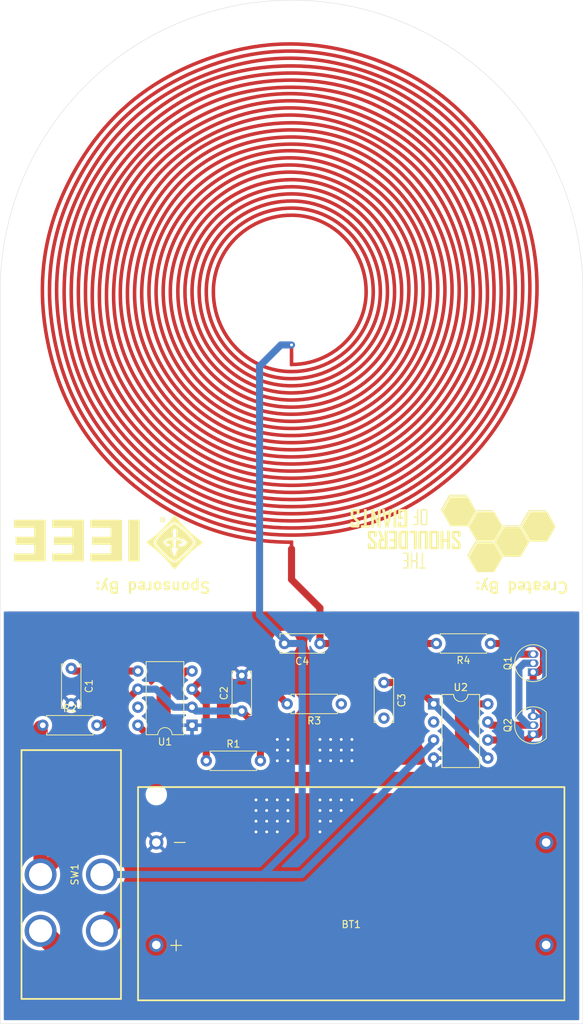
<source format=kicad_pcb>
(kicad_pcb (version 20200119) (host pcbnew "(5.99.0-985-g72a6963e9)")
  (layers (0 "F.Cu" signal) (31 "B.Cu" signal) (34 "B.Paste" user) (35 "F.Paste" user) (36 "B.SilkS" user) (37 "F.SilkS" user) (38 "B.Mask" user) (39 "F.Mask" user) (44 "Edge.Cuts" user))
  (net 0 "")
  (net 1 "Net-(BT1-Pad2)")
  (net 2 "Net-(BT1-Pad1)")
  (net 3 "+1V5")
  (net 4 "+3V0")
  (net 5 "GND")
  (net 6 "Net-(C1-Pad1)")
  (net 7 "Net-(C2-Pad1)")
  (net 8 "Net-(C3-Pad2)")
  (net 9 "Net-(C3-Pad1)")
  (net 10 "Net-(C4-Pad1)")
  (net 11 "Net-(Q1-Pad1)")
  (net 12 "Net-(Q1-Pad2)")
  (net 13 "Net-(R1-Pad1)")
  (net 14 "Net-(U1-Pad7)")
  (module "Capacitor_THT:C_Disc_D6.0mm_W2.5mm_P5.00mm" (layer "F.Cu") (at 177.6 105.8 180)
    (fp_text reference "C4" (at 2.5 -2.5) (layer "F.SilkS"))
    (fp_text value "C")
    (pad "2" thru_hole circle (at 5 0 180) (size 1.6 1.6) (drill 0.8) (layers *.Cu *.Mask) (net 3 "+1V5"))
    (pad "1" thru_hole circle (at 0 0 180) (size 1.6 1.6) (drill 0.8) (layers *.Cu *.Mask) (net 10 "Net-(C4-Pad1)"))
  )
  (module "Capacitor_THT:C_Disc_D6.0mm_W2.5mm_P5.00mm" (layer "F.Cu") (at 186.6 111.3 -90)
    (fp_text reference "C3" (at 2.5 -2.5 90) (layer "F.SilkS"))
    (fp_text value "470pF")
    (pad "2" thru_hole circle (at 5 0 270) (size 1.6 1.6) (drill 0.8) (layers *.Cu *.Mask) (net 8 "Net-(C3-Pad2)"))
    (pad "1" thru_hole circle (at 0 0 270) (size 1.6 1.6) (drill 0.8) (layers *.Cu *.Mask) (net 9 "Net-(C3-Pad1)"))
  )
  (module "Capacitor_THT:C_Disc_D6.0mm_W2.5mm_P5.00mm" (layer "F.Cu") (at 166.6 115.3 90)
    (fp_text reference "C2" (at 2.5 -2.5 90) (layer "F.SilkS"))
    (fp_text value "10nF")
    (pad "2" thru_hole circle (at 5 0 90) (size 1.6 1.6) (drill 0.8) (layers *.Cu *.Mask) (net 5 "GND"))
    (pad "1" thru_hole circle (at 0 0 90) (size 1.6 1.6) (drill 0.8) (layers *.Cu *.Mask) (net 7 "Net-(C2-Pad1)"))
  )
  (module "Capacitor_THT:C_Disc_D6.0mm_W2.5mm_P5.00mm" (layer "F.Cu") (at 142.6 109.3 -90)
    (fp_text reference "C1" (at 2.5 -2.5 90) (layer "F.SilkS"))
    (fp_text value "10nF")
    (pad "2" thru_hole circle (at 5 0 270) (size 1.6 1.6) (drill 0.8) (layers *.Cu *.Mask) (net 5 "GND"))
    (pad "1" thru_hole circle (at 0 0 270) (size 1.6 1.6) (drill 0.8) (layers *.Cu *.Mask) (net 6 "Net-(C1-Pad1)"))
  )
  (module "WirelessPower:GF-325" (layer "F.Cu") (at 142.6 138.3 90)
    (fp_text reference "SW1" (at 0 0.5 90) (layer "F.SilkS"))
    (fp_text value "SW_DPST")
    (pad "4" thru_hole circle (at 0 -4.315 90) (size 4.5 4.5) (drill 3.25) (layers *.Cu *.Mask) (net 4 "+3V0"))
    (pad "3" thru_hole circle (at -7.92 -4.315 90) (size 4.5 4.5) (drill 3.25) (layers *.Cu *.Mask) (net 2 "Net-(BT1-Pad1)"))
    (pad "2" thru_hole circle (at 0 4.315 90) (size 4.5 4.5) (drill 3.25) (layers *.Cu *.Mask) (net 3 "+1V5"))
    (pad "1" thru_hole circle (at -7.92 4.315 90) (size 4.5 4.5) (drill 3.25) (layers *.Cu *.Mask) (net 1 "Net-(BT1-Pad2)"))
  )
  (module "WirelessPower:Keystone_Dual_AA_Holder" (layer "F.Cu") (at 182 141)
    (fp_text reference "BT1" (at 0 4.318) (layer "F.SilkS"))
    (fp_text value "2x_Battery_Cell")
    (fp_text user "-" (at -24.13 -7.366) (layer "F.SilkS") (effects (font (size 2 2))))
    (fp_text user "+" (at -24.638 7.112) (layer "F.SilkS") (effects (font (size 2 2))))
    (pad "" np_thru_hole circle (at -27.43 -13.94) (size 2 2) (drill 2) (layers *.Cu *.Mask))
    (pad "4" thru_hole circle (at 27.43 -7.21) (size 2 2) (drill 1.2) (layers *.Cu *.Mask) (net 1 "Net-(BT1-Pad2)"))
    (pad "3" thru_hole circle (at -27.43 -7.21) (size 2 2) (drill 1.2) (layers *.Cu *.Mask) (net 5 "GND"))
    (pad "2" thru_hole circle (at 27.43 7.21) (size 2 2) (drill 1.2) (layers *.Cu *.Mask) (net 1 "Net-(BT1-Pad2)"))
    (pad "1" thru_hole circle (at -27.43 7.21) (size 2 2) (drill 1.2) (layers *.Cu *.Mask) (net 2 "Net-(BT1-Pad1)"))
  )
  (module "WirelessPower:CoilSpiral_25_Bezier" (layer "F.Cu") (at 173.6 56.3 90)
    (fp_text reference "L1" hide)
    (fp_text value "L")
    (pad "0" connect custom (at -22.25 0 90) (size 0.5 0.5) (layers "F.Cu") (options (clearance convexhull) (anchor circle)) (primitives (gr_curve (pts (xy 12 0) (xy 12 5.657129) (xy 16.454892 10.5) (xy 22.25 10.5)) (width 0.5)) (gr_curve (pts (xy 22.25 10.5) (xy 28.045107 10.5) (xy 33 5.933086) (xy 33 0)) (width 0.5)) (gr_curve (pts (xy 33 0) (xy 33 -5.933086) (xy 28.321065 -10.999999) (xy 22.25 -11)) (width 0.5)) (gr_curve (pts (xy 22.25 -11) (xy 16.178934 -11) (xy 11 -6.209044) (xy 11 0)) (width 0.5)) (gr_curve (pts (xy 11 0) (xy 11 6.209044) (xy 15.902977 11.5) (xy 22.25 11.5)) (width 0.5)) (gr_curve (pts (xy 22.25 11.5) (xy 28.597022 11.5) (xy 34 6.485001) (xy 34 0)) (width 0.5)) (gr_curve (pts (xy 34 0) (xy 34 -6.485001) (xy 28.87298 -11.999999) (xy 22.25 -12)) (width 0.5)) (gr_curve (pts (xy 22.25 -12) (xy 15.627019 -12) (xy 10 -6.760959) (xy 10 0)) (width 0.5)) (gr_curve (pts (xy 10 0) (xy 10 6.760959) (xy 15.351062 12.5) (xy 22.25 12.5)) (width 0.5)) (gr_curve (pts (xy 22.25 12.5) (xy 29.148937 12.5) (xy 35 7.036916) (xy 35 0)) (width 0.5)) (gr_curve (pts (xy 35 0) (xy 35 -7.036916) (xy 29.424895 -12.999999) (xy 22.25 -13)) (width 0.5)) (gr_curve (pts (xy 22.25 -13) (xy 15.075104 -13) (xy 9 -7.312874) (xy 9 0)) (width 0.5)) (gr_curve (pts (xy 9 0) (xy 9 7.312874) (xy 14.799147 13.5) (xy 22.25 13.5)) (width 0.5)) (gr_curve (pts (xy 22.25 13.5) (xy 29.700852 13.5) (xy 36 7.588831) (xy 36 0)) (width 0.5)) (gr_curve (pts (xy 36 0) (xy 36 -7.588831) (xy 29.97681 -13.999999) (xy 22.25 -14)) (width 0.5)) (gr_curve (pts (xy 22.25 -14) (xy 14.523189 -14) (xy 8 -7.864789) (xy 8 0)) (width 0.5)) (gr_curve (pts (xy 8 0) (xy 8 7.864789) (xy 14.247232 14.5) (xy 22.25 14.5)) (width 0.5)) (gr_curve (pts (xy 22.25 14.5) (xy 30.252767 14.5) (xy 37 8.140746) (xy 37 0)) (width 0.5)) (gr_curve (pts (xy 37 0) (xy 37 -8.140746) (xy 30.528725 -14.999999) (xy 22.25 -15)) (width 0.5)) (gr_curve (pts (xy 22.25 -15) (xy 13.971274 -15) (xy 7 -8.416704) (xy 7 0)) (width 0.5)) (gr_curve (pts (xy 7 0) (xy 7 8.416704) (xy 13.695317 15.5) (xy 22.25 15.5)) (width 0.5)) (gr_curve (pts (xy 22.25 15.5) (xy 30.804682 15.5) (xy 38 8.692661) (xy 38 0)) (width 0.5)) (gr_curve (pts (xy 38 0) (xy 38 -8.692661) (xy 31.08064 -15.999999) (xy 22.25 -16)) (width 0.5)) (gr_curve (pts (xy 22.25 -16) (xy 13.419359 -16) (xy 6 -8.968619) (xy 6 0)) (width 0.5)) (gr_curve (pts (xy 6 0) (xy 6 7.174895) (xy 10.258955 13.400426) (xy 17.16667 15.644879)) (width 0.5)) (gr_curve (pts (xy 17.16667 15.644879) (xy 24.074385 17.889332) (xy 31.399024 15.734119) (xy 35.720132 9.786624)) (width 0.5)) (gr_curve (pts (xy 35.720132 9.786624) (xy 40.041241 3.839129) (xy 40.254949 -3.885245) (xy 35.881936 -9.904181)) (width 0.5)) (gr_curve (pts (xy 35.881936 -9.904181) (xy 31.508923 -15.923117) (xy 24.140928 -18.54183) (xy 16.98126 -16.215513)) (width 0.5)) (gr_curve (pts (xy 16.98126 -16.215513) (xy 9.821591 -13.889196) (xy 5 -7.616427) (xy 5 0)) (width 0.5)) (gr_curve (pts (xy 5 0) (xy 5 7.616427) (xy 9.530016 14.215042) (xy 16.857653 16.595936)) (width 0.5)) (gr_curve (pts (xy 16.857653 16.595936) (xy 24.18529 18.976829) (xy 31.948515 16.679111) (xy 36.529149 10.374409)) (width 0.5)) (gr_curve (pts (xy 36.529149 10.374409) (xy 41.109784 4.069707) (xy 41.323492 -4.115823) (xy 36.690953 -10.491966)) (width 0.5)) (gr_curve (pts (xy 36.690953 -10.491966) (xy 32.058414 -16.86811) (xy 24.251833 -19.629328) (xy 16.672243 -17.16657)) (width 0.5)) (gr_curve (pts (xy 16.672243 -17.16657) (xy 9.092652 -14.703811) (xy 4 -8.057959) (xy 4 0)) (width 0.5)) (gr_curve (pts (xy 4 0) (xy 4 8.057959) (xy 8.801077 15.029658) (xy 16.548636 17.546992)) (width 0.5)) (gr_curve (pts (xy 16.548636 17.546992) (xy 24.296195 20.064327) (xy 32.498006 17.624103) (xy 37.338166 10.962194)) (width 0.5)) (gr_curve (pts (xy 37.338166 10.962194) (xy 42.178327 4.300286) (xy 42.392035 -4.346401) (xy 37.49997 -11.079752)) (width 0.5)) (gr_curve (pts (xy 37.49997 -11.079752) (xy 32.607905 -17.813102) (xy 24.362738 -20.716825) (xy 16.363226 -18.117626)) (width 0.5)) (gr_curve (pts (xy 16.363226 -18.117626) (xy 8.363713 -15.518427) (xy 3 -8.499491) (xy 3 0)) (width 0.5)) (gr_curve (pts (xy 3 0) (xy 3 8.499491) (xy 8.072138 15.844273) (xy 16.239619 18.498049)) (width 0.5)) (gr_curve (pts (xy 16.239619 18.498049) (xy 24.4071 21.151824) (xy 33.047497 18.569095) (xy 38.147183 11.54998)) (width 0.5)) (gr_curve (pts (xy 38.147183 11.54998) (xy 43.24687 4.530864) (xy 43.460578 -4.57698) (xy 38.308987 -11.667537)) (width 0.5)) (gr_curve (pts (xy 38.308987 -11.667537) (xy 33.157396 -18.758094) (xy 24.473643 -21.804323) (xy 16.054209 -19.068683)) (width 0.5)) (gr_curve (pts (xy 16.054209 -19.068683) (xy 7.634775 -16.333043) (xy 2 -8.941023) (xy 2 0)) (width 0.5)) (gr_curve (pts (xy 2 0) (xy 2 7.450852) (xy 5.53593 13.925263) (xy 12.041666 17.681351)) (width 0.5)) (gr_curve (pts (xy 12.041666 17.681351) (xy 18.547402 21.43744) (xy 25.982822 21.612439) (xy 32.541666 17.825689)) (width 0.5)) (gr_curve (pts (xy 32.541666 17.825689) (xy 39.10051 14.038939) (xy 43 7.634824) (xy 43 0)) (width 0.5)) (gr_curve (pts (xy 43 0) (xy 43 -7.634824) (xy 39.373393 -14.26629) (xy 32.708333 -18.114364)) (width 0.5)) (gr_curve (pts (xy 32.708333 -18.114364) (xy 26.043273 -21.962438) (xy 18.426501 -22.137438) (xy 11.708333 -18.258702)) (width 0.5)) (gr_curve (pts (xy 11.708333 -18.258702) (xy 4.990165 -14.379966) (xy 1 -7.818796) (xy 1 0)) (width 0.5)) (gr_curve (pts (xy 1 0) (xy 1 7.818796) (xy 4.717282 14.607317) (xy 11.541666 18.547377)) (width 0.5)) (gr_curve (pts (xy 11.541666 18.547377) (xy 18.36605 22.487437) (xy 26.164174 22.662436) (xy 33.041666 18.691714)) (width 0.5)) (gr_curve (pts (xy 33.041666 18.691714) (xy 39.919158 14.720992) (xy 44 8.002767) (xy 44 0)) (width 0.5)) (gr_curve (pts (xy 44 0) (xy 44 -8.002767) (xy 40.192041 -14.948344) (xy 33.208333 -18.98039)) (width 0.5)) (gr_curve (pts (xy 33.208333 -18.98039) (xy 26.224625 -23.012435) (xy 18.245149 -23.187435) (xy 11.208333 -19.124727)) (width 0.5)) (gr_curve (pts (xy 11.208333 -19.124727) (xy 4.171516 -15.062019) (xy 0 -8.186739) (xy 0 0)) (width 0.5)) (gr_curve (pts (xy 0 0) (xy 0 8.186739) (xy 3.898634 15.289371) (xy 11.041666 19.413402)) (width 0.5)) (gr_curve (pts (xy 11.041666 19.413402) (xy 18.184699 23.537434) (xy 26.345526 23.712434) (xy 33.541666 19.55774)) (width 0.5)) (gr_curve (pts (xy 33.541666 19.55774) (xy 40.737807 15.403046) (xy 45 8.370711) (xy 45 0)) (width 0.5)) (gr_curve (pts (xy 45 0) (xy 45 -8.370711) (xy 41.010689 -15.630397) (xy 33.708333 -19.846415)) (width 0.5)) (gr_curve (pts (xy 33.708333 -19.846415) (xy 26.405976 -24.062433) (xy 18.063797 -24.237432) (xy 10.708333 -19.990753)) (width 0.5)) (gr_curve (pts (xy 10.708333 -19.990753) (xy 3.352868 -15.744073) (xy -0.999999 -8.554682) (xy -1 0)) (width 0.5)) (gr_curve (pts (xy -1 0) (xy -1 8.554682) (xy 3.079985 15.971424) (xy 10.541666 20.279428)) (width 0.5)) (gr_curve (pts (xy 10.541666 20.279428) (xy 18.003347 24.587431) (xy 26.526877 24.762431) (xy 34.041666 20.423765)) (width 0.5)) (gr_curve (pts (xy 34.041666 20.423765) (xy 41.556455 16.0851) (xy 46 8.738654) (xy 46 0)) (width 0.5)) (gr_curve (pts (xy 46 0) (xy 46 -8.738654) (xy 41.829338 -16.312451) (xy 34.208333 -20.71244)) (width 0.5)) (gr_curve (pts (xy 34.208333 -20.71244) (xy 26.587328 -25.11243) (xy 17.882446 -25.287429) (xy 10.208333 -20.856778)) (width 0.5)) (gr_curve (pts (xy 10.208333 -20.856778) (xy 2.53422 -16.426127) (xy -1.999999 -8.922626) (xy -2 0)) (width 0.5)) (gr_curve (pts (xy -2 0) (xy -2 7.647965) (xy 1.026657 14.274584) (xy 7.041302 19.071103)) (width 0.5)) (gr_curve (pts (xy 7.041302 19.071103) (xy 13.055947 23.867622) (xy 20.165645 25.642436) (xy 27.70971 23.920552)) (width 0.5)) (gr_curve (pts (xy 27.70971 23.920552) (xy 35.253774 22.198669) (xy 41.107651 17.719987) (xy 44.484624 10.70763)) (width 0.5)) (gr_curve (pts (xy 44.484624 10.70763) (xy 47.861597 3.695274) (xy 48.009855 -3.716665) (xy 44.613334 -10.769614)) (width 0.5)) (gr_curve (pts (xy 44.613334 -10.769614) (xy 41.216813 -17.822562) (xy 35.480914 -22.586418) (xy 27.805076 -24.338378)) (width 0.5)) (gr_curve (pts (xy 27.805076 -24.338378) (xy 20.129237 -26.090338) (xy 12.786721 -24.566528) (xy 6.595952 -19.629554)) (width 0.5)) (gr_curve (pts (xy 6.595952 -19.629554) (xy 0.405183 -14.69258) (xy -2.999999 -7.963345) (xy -3 0)) (width 0.5)) (gr_curve (pts (xy -3 0) (xy -3 7.963345) (xy 0.156593 14.859779) (xy 6.417812 19.852935)) (width 0.5)) (gr_curve (pts (xy 6.417812 19.852935) (xy 12.679031 24.84609) (xy 20.080693 26.687542) (xy 27.93223 24.89548)) (width 0.5)) (gr_curve (pts (xy 27.93223 24.89548) (xy 35.783768 23.103418) (xy 41.871782 18.438018) (xy 45.385593 11.141514)) (width 0.5)) (gr_curve (pts (xy 45.385593 11.141514) (xy 48.899404 3.84501) (xy 49.047662 -3.866401) (xy 45.514303 -11.203497)) (width 0.5)) (gr_curve (pts (xy 45.514303 -11.203497) (xy 41.980943 -18.540594) (xy 36.010908 -23.491168) (xy 28.027597 -25.313306)) (width 0.5)) (gr_curve (pts (xy 28.027597 -25.313306) (xy 20.044286 -27.135445) (xy 12.409805 -25.544996) (xy 5.972462 -20.411386)) (width 0.5)) (gr_curve (pts (xy 5.972462 -20.411386) (xy -0.46488 -15.277776) (xy -3.999999 -8.278725) (xy -4 0)) (width 0.5)) (gr_curve (pts (xy -4 0) (xy -4 8.278725) (xy -0.71347 15.444974) (xy 5.794322 20.634766)) (width 0.5)) (gr_curve (pts (xy 5.794322 20.634766) (xy 12.302115 25.824558) (xy 19.995742 27.732649) (xy 28.154751 25.870408)) (width 0.5)) (gr_curve (pts (xy 28.154751 25.870408) (xy 36.313761 24.008167) (xy 42.635913 19.156049) (xy 46.286562 11.575398)) (width 0.5)) (gr_curve (pts (xy 46.286562 11.575398) (xy 49.937211 3.994746) (xy 50.085469 -4.016137) (xy 46.415272 -11.637381)) (width 0.5)) (gr_curve (pts (xy 46.415272 -11.637381) (xy 42.745074 -19.258625) (xy 36.540901 -24.395917) (xy 28.250118 -26.288234)) (width 0.5)) (gr_curve (pts (xy 28.250118 -26.288234) (xy 19.959334 -28.180552) (xy 12.03289 -26.523463) (xy 5.348972 -21.193217)) (width 0.5)) (gr_curve (pts (xy 5.348972 -21.193217) (xy -1.334944 -15.862971) (xy -4.999999 -8.594105) (xy -5 0)) (width 0.5)) (gr_curve (pts (xy -5 0) (xy -5 8.594105) (xy -1.583534 16.03017) (xy 5.170832 21.416598)) (width 0.5)) (gr_curve (pts (xy 5.170832 21.416598) (xy 11.925199 26.803026) (xy 19.91079 28.777755) (xy 28.377272 26.845336)) (width 0.5)) (gr_curve (pts (xy 28.377272 26.845336) (xy 36.843755 24.912917) (xy 43.400043 19.87408) (xy 47.187531 12.009282)) (width 0.5)) (gr_curve (pts (xy 47.187531 12.009282) (xy 50.975018 4.144483) (xy 51.123276 -4.165874) (xy 47.316241 -12.071265)) (width 0.5)) (gr_curve (pts (xy 47.316241 -12.071265) (xy 43.509205 -19.976656) (xy 37.070895 -25.300666) (xy 28.472638 -27.263162)) (width 0.5)) (gr_curve (pts (xy 28.472638 -27.263162) (xy 19.874382 -29.225658) (xy 11.655974 -27.501931) (xy 4.725483 -21.975049)) (width 0.5)) (gr_curve (pts (xy 4.725483 -21.975049) (xy -2.205008 -16.448166) (xy -5.999999 -8.909485) (xy -6 0)) (width 0.5)) (gr_curve (pts (xy -6 0) (xy -6 7.795799) (xy -3.351009 14.5273) (xy 2.185845 20.064154)) (width 0.5)) (gr_curve (pts (xy 2.185845 20.064154) (xy 7.722699 25.601009) (xy 14.38521 28.5) (xy 22.25 28.5)) (width 0.5)) (gr_curve (pts (xy 22.25 28.5) (xy 30.114789 28.5) (xy 36.905294 25.826568) (xy 42.490931 20.240931)) (width 0.5)) (gr_curve (pts (xy 42.490931 20.240931) (xy 48.076568 14.655294) (xy 51 7.933778) (xy 51 0)) (width 0.5)) (gr_curve (pts (xy 51 0) (xy 51 -7.933778) (xy 48.302128 -14.783288) (xy 42.667708 -20.417708)) (width 0.5)) (gr_curve (pts (xy 42.667708 -20.417708) (xy 37.033288 -26.052128) (xy 30.252767 -29) (xy 22.25 -29)) (width 0.5)) (gr_curve (pts (xy 22.25 -29) (xy 14.247232 -29) (xy 7.338717 -26.277687) (xy 1.655514 -20.594485)) (width 0.5)) (gr_curve (pts (xy 1.655514 -20.594485) (xy -4.027687 -14.911282) (xy -6.999999 -8.071757) (xy -7 0)) (width 0.5)) (gr_curve (pts (xy -7 0) (xy -7 8.071757) (xy -4.253247 15.039275) (xy 1.478738 20.771261)) (width 0.5)) (gr_curve (pts (xy 1.478738 20.771261) (xy 7.210724 26.503247) (xy 14.109253 29.5) (xy 22.25 29.5)) (width 0.5)) (gr_curve (pts (xy 22.25 29.5) (xy 30.390746 29.5) (xy 37.417269 26.728806) (xy 43.198038 20.948038)) (width 0.5)) (gr_curve (pts (xy 43.198038 20.948038) (xy 48.978806 15.167269) (xy 52 8.209735) (xy 52 0)) (width 0.5)) (gr_curve (pts (xy 52 0) (xy 52 -8.209735) (xy 49.204366 -15.295263) (xy 43.374815 -21.124815)) (width 0.5)) (gr_curve (pts (xy 43.374815 -21.124815) (xy 37.545263 -26.954366) (xy 30.528725 -30) (xy 22.25 -30)) (width 0.5)) (gr_curve (pts (xy 22.25 -30) (xy 13.971274 -30) (xy 6.826742 -27.179926) (xy 0.948408 -21.301591)) (width 0.5)) (gr_curve (pts (xy 0.948408 -21.301591) (xy -4.929926 -15.423257) (xy -7.999999 -8.347714) (xy -8 0)) (width 0.5)) (gr_curve (pts (xy -8 0) (xy -8 8.347714) (xy -5.155485 15.551251) (xy 0.771631 21.478368)) (width 0.5)) (gr_curve (pts (xy 0.771631 21.478368) (xy 6.698748 27.405485) (xy 13.833295 30.5) (xy 22.249999 30.5)) (width 0.5)) (gr_curve (pts (xy 22.249999 30.5) (xy 30.666704 30.5) (xy 37.929245 27.631045) (xy 43.905145 21.655145)) (width 0.5)) (gr_curve (pts (xy 43.905145 21.655145) (xy 49.881045 15.679245) (xy 53 8.485693) (xy 53 0)) (width 0.5)) (gr_curve (pts (xy 53 0) (xy 53 -8.485693) (xy 50.106604 -15.807239) (xy 44.081921 -21.831921)) (width 0.5)) (gr_curve (pts (xy 44.081921 -21.831921) (xy 38.057239 -27.856604) (xy 30.804682 -31) (xy 22.25 -31)) (width 0.5)) (gr_curve (pts (xy 22.25 -31) (xy 13.695317 -31) (xy 6.314767 -28.082164) (xy 0.241301 -22.008698)) (width 0.5)) (gr_curve (pts (xy 0.241301 -22.008698) (xy -5.832164 -15.935232) (xy -8.999999 -8.623672) (xy -9 0)) (width 0.5)) (gr_curve (pts (xy -9 0) (xy -9 8.623672) (xy -6.057723 16.063226) (xy 0.064524 22.185475)) (width 0.5)) (gr_curve (pts (xy 0.064524 22.185475) (xy 6.186773 28.307723) (xy 13.557338 31.5) (xy 22.249999 31.5)) (width 0.5)) (gr_curve (pts (xy 22.249999 31.5) (xy 30.942661 31.5) (xy 38.44122 28.533283) (xy 44.612251 22.362251)) (width 0.5)) (gr_curve (pts (xy 44.612251 22.362251) (xy 50.783283 16.19122) (xy 54 8.761651) (xy 54 0)) (width 0.5)) (gr_curve (pts (xy 54 0) (xy 54 -8.761651) (xy 51.008842 -16.319214) (xy 44.789028 -22.539028)) (width 0.5)) (gr_curve (pts (xy 44.789028 -22.539028) (xy 38.569214 -28.758842) (xy 31.08064 -32) (xy 22.25 -32)) (width 0.5)) (gr_curve (pts (xy 22.25 -32) (xy 13.419359 -32) (xy 5.802791 -28.984402) (xy -0.465805 -22.715805)) (width 0.5)) (gr_curve (pts (xy -0.465805 -22.715805) (xy -6.734402 -16.447208) (xy -9.999999 -8.899629) (xy -10 0)) (width 0.5)) (gr_curve (pts (xy -10 0) (xy -10 7.910782) (xy -7.642521 14.720432) (xy -2.540049 20.801321)) (width 0.5)) (gr_curve (pts (xy -2.540049 20.801321) (xy 2.562422 26.88221) (xy 8.766976 30.595737) (xy 16.611257 31.978896)) (width 0.5)) (gr_curve (pts (xy 16.611257 31.978896) (xy 24.455539 33.362054) (xy 31.619917 32.214268) (xy 38.541666 28.217994)) (width 0.5)) (gr_curve (pts (xy 38.541666 28.217994) (xy 45.463415 24.22172) (xy 50.229794 18.718307) (xy 52.972728 11.182158)) (width 0.5)) (gr_curve (pts (xy 52.972728 11.182158) (xy 55.715662 3.646009) (xy 55.829394 -3.6584) (xy 53.077138 -11.22016)) (width 0.5)) (gr_curve (pts (xy 53.077138 -11.22016) (xy 50.324882 -18.781921) (xy 45.700892 -24.469513) (xy 38.708333 -28.506669)) (width 0.5)) (gr_curve (pts (xy 38.708333 -28.506669) (xy 31.715773 -32.543825) (xy 24.493273 -33.932834) (xy 16.514786 -32.526011)) (width 0.5)) (gr_curve (pts (xy 16.514786 -32.526011) (xy 8.5363 -31.119189) (xy 2.089244 -27.528306) (xy -3.135861 -21.301267)) (width 0.5)) (gr_curve (pts (xy -3.135861 -21.301267) (xy -8.360968 -15.074227) (xy -10.999999 -8.156077) (xy -11 0)) (width 0.5)) (gr_curve (pts (xy -11 0) (xy -11 8.156077) (xy -8.566238 15.175312) (xy -3.306093 21.444108)) (width 0.5)) (gr_curve (pts (xy -3.306093 21.444108) (xy 1.954051 27.712905) (xy 8.351759 31.53795) (xy 16.437609 32.963703)) (width 0.5)) (gr_curve (pts (xy 16.437609 32.963703) (xy 24.52346 34.389457) (xy 31.907485 33.202941) (xy 39.041666 29.084019)) (width 0.5)) (gr_curve (pts (xy 39.041666 29.084019) (xy 46.175847 24.965098) (xy 51.08559 19.29083) (xy 53.91242 11.524178)) (width 0.5)) (gr_curve (pts (xy 53.91242 11.524178) (xy 56.73925 3.757527) (xy 56.852982 -3.769918) (xy 54.016831 -11.56218)) (width 0.5)) (gr_curve (pts (xy 54.016831 -11.56218) (xy 51.180679 -19.354443) (xy 46.413325 -25.21289) (xy 39.208333 -29.372694)) (width 0.5)) (gr_curve (pts (xy 39.208333 -29.372694) (xy 32.003341 -33.532498) (xy 24.561193 -34.960236) (xy 16.341138 -33.510819)) (width 0.5)) (gr_curve (pts (xy 16.341138 -33.510819) (xy 8.121082 -32.061401) (xy 1.480873 -28.359001) (xy -3.901906 -21.944054)) (width 0.5)) (gr_curve (pts (xy -3.901906 -21.944054) (xy -9.284685 -15.529108) (xy -11.999999 -8.401373) (xy -12 0)) (width 0.5)) (gr_curve (pts (xy -12 0) (xy -12 8.401373) (xy -9.489956 15.630192) (xy -4.072138 22.086896)) (width 0.5)) (gr_curve (pts (xy -4.072138 22.086896) (xy 1.345679 28.5436) (xy 7.936542 32.480162) (xy 16.263961 33.948511)) (width 0.5)) (gr_curve (pts (xy 16.263961 33.948511) (xy 24.59138 35.41686) (xy 32.195053 34.191614) (xy 39.541666 29.950045)) (width 0.5)) (gr_curve (pts (xy 39.541666 29.950045) (xy 46.888279 25.708476) (xy 51.941387 19.863352) (xy 54.852113 11.866198)) (width 0.5)) (gr_curve (pts (xy 54.852113 11.866198) (xy 57.762839 3.869044) (xy 57.876571 -3.881435) (xy 54.956523 -11.904201)) (width 0.5)) (gr_curve (pts (xy 54.956523 -11.904201) (xy 52.036475 -19.926966) (xy 47.125757 -25.956268) (xy 39.708333 -30.23872)) (width 0.5)) (gr_curve (pts (xy 39.708333 -30.23872) (xy 32.290909 -34.521172) (xy 24.629114 -35.987639) (xy 16.16749 -34.495627)) (width 0.5)) (gr_curve (pts (xy 16.16749 -34.495627) (xy 7.705865 -33.003614) (xy 0.872501 -29.189696) (xy -4.66795 -22.586842)) (width 0.5)) (gr_curve (pts (xy -4.66795 -22.586842) (xy -10.208402 -15.983988) (xy -12.999999 -8.646668) (xy -13 0)) (width 0.5))))
    (pad "2" smd roundrect (at -9.5 0 90) (size 2 0.5) (layers "F.Cu" "F.Paste" "F.Mask") (net 3 "+1V5"))
    (pad "1" smd roundrect (at -36 0 90) (size 2 0.5) (layers "F.Cu" "F.Paste" "F.Mask") (net 10 "Net-(C4-Pad1)"))
  )
  (module "WirelessPower:TSoG_logo_small" (layer "F.Cu") (at 196.1 90.3 180)
    (fp_text reference "G***" hide)
    (fp_text value "LOGO" hide)
  )
  (module "WirelessPower:IEEE_small" (layer "F.Cu") (at 147.73 91.51 180)
    (fp_text reference "G***" hide)
    (fp_text value "LOGO" hide)
  )
  (module "Package_DIP:DIP-8_W7.62mm" (layer "F.Cu") (at 193.6 114.3)
    (fp_text reference "U2" (at 3.81 -2.33) (layer "F.SilkS"))
    (fp_text value "MCP6282")
    (pad "8" thru_hole oval (at 7.62 0) (size 1.6 1.6) (drill 0.8) (layers *.Cu *.Mask) (net 4 "+3V0"))
    (pad "4" thru_hole oval (at 0 7.62) (size 1.6 1.6) (drill 0.8) (layers *.Cu *.Mask) (net 5 "GND"))
    (pad "7" thru_hole oval (at 7.62 2.54) (size 1.6 1.6) (drill 0.8) (layers *.Cu *.Mask) (net 12 "Net-(Q1-Pad2)"))
    (pad "3" thru_hole oval (at 0 5.08) (size 1.6 1.6) (drill 0.8) (layers *.Cu *.Mask) (net 3 "+1V5"))
    (pad "6" thru_hole oval (at 7.62 5.08) (size 1.6 1.6) (drill 0.8) (layers *.Cu *.Mask) (net 11 "Net-(Q1-Pad1)"))
    (pad "2" thru_hole oval (at 0 2.54) (size 1.6 1.6) (drill 0.8) (layers *.Cu *.Mask) (net 8 "Net-(C3-Pad2)"))
    (pad "5" thru_hole oval (at 7.62 7.62) (size 1.6 1.6) (drill 0.8) (layers *.Cu *.Mask) (net 9 "Net-(C3-Pad1)"))
    (pad "1" thru_hole rect (at 0 0) (size 1.6 1.6) (drill 0.8) (layers *.Cu *.Mask) (net 9 "Net-(C3-Pad1)"))
  )
  (module "Package_DIP:DIP-8_W7.62mm" (layer "F.Cu") (at 159.6 117.3 180)
    (fp_text reference "U1" (at 3.81 -2.33) (layer "F.SilkS"))
    (fp_text value "LMC555xN")
    (pad "8" thru_hole oval (at 7.62 0 180) (size 1.6 1.6) (drill 0.8) (layers *.Cu *.Mask) (net 4 "+3V0"))
    (pad "4" thru_hole oval (at 0 7.62 180) (size 1.6 1.6) (drill 0.8) (layers *.Cu *.Mask) (net 4 "+3V0"))
    (pad "7" thru_hole oval (at 7.62 2.54 180) (size 1.6 1.6) (drill 0.8) (layers *.Cu *.Mask) (net 14 "Net-(U1-Pad7)"))
    (pad "3" thru_hole oval (at 0 5.08 180) (size 1.6 1.6) (drill 0.8) (layers *.Cu *.Mask) (net 13 "Net-(R1-Pad1)"))
    (pad "6" thru_hole oval (at 7.62 5.08 180) (size 1.6 1.6) (drill 0.8) (layers *.Cu *.Mask) (net 7 "Net-(C2-Pad1)"))
    (pad "2" thru_hole oval (at 0 2.54 180) (size 1.6 1.6) (drill 0.8) (layers *.Cu *.Mask) (net 7 "Net-(C2-Pad1)"))
    (pad "5" thru_hole oval (at 7.62 7.62 180) (size 1.6 1.6) (drill 0.8) (layers *.Cu *.Mask) (net 6 "Net-(C1-Pad1)"))
    (pad "1" thru_hole rect (at 0 0 180) (size 1.6 1.6) (drill 0.8) (layers *.Cu *.Mask) (net 5 "GND"))
  )
  (module "Resistor_THT:R_Axial_DIN0207_L6.3mm_D2.5mm_P7.62mm_Horizontal" (layer "F.Cu") (at 201.6 105.8 180)
    (fp_text reference "R4" (at 3.81 -2.37) (layer "F.SilkS"))
    (fp_text value "5.1")
    (pad "2" thru_hole oval (at 7.62 0 180) (size 1.6 1.6) (drill 0.8) (layers *.Cu *.Mask) (net 10 "Net-(C4-Pad1)"))
    (pad "1" thru_hole circle (at 0 0 180) (size 1.6 1.6) (drill 0.8) (layers *.Cu *.Mask) (net 11 "Net-(Q1-Pad1)"))
  )
  (module "Resistor_THT:R_Axial_DIN0207_L6.3mm_D2.5mm_P7.62mm_Horizontal" (layer "F.Cu") (at 138.6 117.3)
    (fp_text reference "R2" (at 3.81 -2.37) (layer "F.SilkS"))
    (fp_text value "1M")
    (pad "2" thru_hole oval (at 7.62 0) (size 1.6 1.6) (drill 0.8) (layers *.Cu *.Mask) (net 7 "Net-(C2-Pad1)"))
    (pad "1" thru_hole circle (at 0 0) (size 1.6 1.6) (drill 0.8) (layers *.Cu *.Mask) (net 4 "+3V0"))
  )
  (module "Resistor_THT:R_Axial_DIN0207_L6.3mm_D2.5mm_P7.62mm_Horizontal" (layer "F.Cu") (at 180.6 114.3 180)
    (fp_text reference "R3" (at 3.81 -2.37) (layer "F.SilkS"))
    (fp_text value "2.2k")
    (pad "2" thru_hole oval (at 7.62 0 180) (size 1.6 1.6) (drill 0.8) (layers *.Cu *.Mask) (net 13 "Net-(R1-Pad1)"))
    (pad "1" thru_hole circle (at 0 0 180) (size 1.6 1.6) (drill 0.8) (layers *.Cu *.Mask) (net 8 "Net-(C3-Pad2)"))
  )
  (module "Resistor_THT:R_Axial_DIN0207_L6.3mm_D2.5mm_P7.62mm_Horizontal" (layer "F.Cu") (at 161.6 122.3)
    (fp_text reference "R1" (at 3.81 -2.37) (layer "F.SilkS"))
    (fp_text value "33k")
    (pad "2" thru_hole oval (at 7.62 0) (size 1.6 1.6) (drill 0.8) (layers *.Cu *.Mask) (net 7 "Net-(C2-Pad1)"))
    (pad "1" thru_hole circle (at 0 0) (size 1.6 1.6) (drill 0.8) (layers *.Cu *.Mask) (net 13 "Net-(R1-Pad1)"))
  )
  (module "Package_TO_SOT_THT:TO-92_Inline" (layer "F.Cu") (at 207.6 118.57 90)
    (fp_text reference "Q2" (at 1.27 -3.56 90) (layer "F.SilkS"))
    (fp_text value "2N3906")
    (pad "1" thru_hole rect (at 0 0 90) (size 1.05 1.5) (drill 0.75) (layers *.Cu *.Mask) (net 11 "Net-(Q1-Pad1)"))
    (pad "3" thru_hole oval (at 2.54 0 90) (size 1.05 1.5) (drill 0.75) (layers *.Cu *.Mask) (net 5 "GND"))
    (pad "2" thru_hole oval (at 1.27 0 90) (size 1.05 1.5) (drill 0.75) (layers *.Cu *.Mask) (net 12 "Net-(Q1-Pad2)"))
  )
  (module "Package_TO_SOT_THT:TO-92_Inline" (layer "F.Cu") (at 207.6 109.84 90)
    (fp_text reference "Q1" (at 1.27 -3.56 90) (layer "F.SilkS"))
    (fp_text value "2N3904")
    (pad "1" thru_hole rect (at 0 0 90) (size 1.05 1.5) (drill 0.75) (layers *.Cu *.Mask) (net 11 "Net-(Q1-Pad1)"))
    (pad "3" thru_hole oval (at 2.54 0 90) (size 1.05 1.5) (drill 0.75) (layers *.Cu *.Mask) (net 4 "+3V0"))
    (pad "2" thru_hole oval (at 1.27 0 90) (size 1.05 1.5) (drill 0.75) (layers *.Cu *.Mask) (net 12 "Net-(Q1-Pad2)"))
  )
  (module "Package_DIP:DIP-8_W7.62mm" (layer "F.Cu") (at 193.6 114.3)
    (fp_text reference "U2" (at 3.81 -2.33) (layer "F.SilkS"))
    (fp_text value "MCP6282")
    (pad "8" thru_hole oval (at 7.62 0) (size 1.6 1.6) (drill 0.8) (layers *.Cu *.Mask) (net 4 "+3V0"))
    (pad "4" thru_hole oval (at 0 7.62) (size 1.6 1.6) (drill 0.8) (layers *.Cu *.Mask) (net 5 "GND"))
    (pad "7" thru_hole oval (at 7.62 2.54) (size 1.6 1.6) (drill 0.8) (layers *.Cu *.Mask) (net 12 "Net-(Q1-Pad2)"))
    (pad "3" thru_hole oval (at 0 5.08) (size 1.6 1.6) (drill 0.8) (layers *.Cu *.Mask) (net 3 "+1V5"))
    (pad "6" thru_hole oval (at 7.62 5.08) (size 1.6 1.6) (drill 0.8) (layers *.Cu *.Mask) (net 11 "Net-(Q1-Pad1)"))
    (pad "2" thru_hole oval (at 0 2.54) (size 1.6 1.6) (drill 0.8) (layers *.Cu *.Mask) (net 8 "Net-(C3-Pad2)"))
    (pad "5" thru_hole oval (at 7.62 7.62) (size 1.6 1.6) (drill 0.8) (layers *.Cu *.Mask) (net 9 "Net-(C3-Pad1)"))
    (pad "1" thru_hole rect (at 0 0) (size 1.6 1.6) (drill 0.8) (layers *.Cu *.Mask) (net 9 "Net-(C3-Pad1)"))
  )
  (gr_text "Created By:" (at 206 97.86 180) (layer "F.SilkS") (effects (font (size 1.5 1.5) (thickness 0.3))))
  (gr_line (start 214.6 159.3) (end 214.6 56.3) (layer "Edge.Cuts") (width 0.05))
  (gr_line (start 132.6 159.3) (end 214.6 159.3) (layer "Edge.Cuts") (width 0.05))
  (gr_line (start 132.6 56.3) (end 132.6 159.3) (layer "Edge.Cuts") (width 0.05))
  (gr_arc (start 173.6 56.3) (end 214.6 56.3) (angle -180) (layer "Edge.Cuts") (width 0.05))
  (gr_text "Sponsored By:" (at 154.08 97.86 180) (layer "F.SilkS") (effects (font (size 1.5 1.5) (thickness 0.3))))
  (segment (start 193.6 114.3) (end 190.6 111.3) (width 1) (layer "F.Cu") (net 9))
  (segment (start 190.6 111.3) (end 186.6 111.3) (width 1) (layer "F.Cu") (net 9))
  (segment (start 138.285 146.22) (end 144.365 152.3) (width 3) (layer "F.Cu") (net 2))
  (segment (start 144.365 152.3) (end 150.48 152.3) (width 3) (layer "F.Cu") (net 2))
  (segment (start 150.48 152.3) (end 154.57 148.21) (width 3) (layer "F.Cu") (net 2))
  (segment (start 175.1 105.8) (end 173.1 105.8) (width 1) (layer "B.Cu") (net 3))
  (segment (start 173.1 105.8) (end 169.1 101.8) (width 1) (layer "B.Cu") (net 3))
  (segment (start 175.1 105.8) (end 175.1 132.8) (width 1) (layer "B.Cu") (net 3))
  (segment (start 175.1 132.8) (end 169.6 138.3) (width 1) (layer "B.Cu") (net 3))
  (segment (start 177.6 100.8) (end 173.6 96.8) (width 1) (layer "F.Cu") (net 10))
  (segment (start 173.6 96.8) (end 173.6 92.504895) (width 1) (layer "F.Cu") (net 10))
  (segment (start 177.6 105.8) (end 177.6 100.8) (width 1) (layer "F.Cu") (net 10))
  (segment (start 173.6 63.8) (end 173.6 65.8) (width 0.5) (layer "F.Cu") (net 3))
  (segment (start 172.1 63.8) (end 173.6 63.8) (width 1) (layer "B.Cu") (net 3))
  (segment (start 169.1 66.8) (end 172.1 63.8) (width 1) (layer "B.Cu") (net 3))
  (via (at 173.6 63.8) (size 0.8) (drill 0.4) (layers "F.Cu" "B.Cu") (net 3))
  (segment (start 169.1 101.8) (end 169.1 66.8) (width 1) (layer "B.Cu") (net 3))
  (segment (start 193.98 105.8) (end 177.6 105.8) (width 1) (layer "F.Cu") (net 10))
  (segment (start 209.05001 106.792585) (end 208.057425 105.8) (width 1) (layer "F.Cu") (net 11))
  (segment (start 208.057425 105.8) (end 201.6 105.8) (width 1) (layer "F.Cu") (net 11))
  (segment (start 209.43 148.21) (end 209.43 133.79) (width 3) (layer "F.Cu") (net 1))
  (segment (start 193.6 119.699998) (end 174.999998 138.3) (width 1) (layer "B.Cu") (net 3))
  (segment (start 193.6 119.38) (end 193.6 119.699998) (width 1) (layer "B.Cu") (net 3))
  (segment (start 174.999998 138.3) (end 169.6 138.3) (width 1) (layer "B.Cu") (net 3))
  (segment (start 169.6 138.3) (end 146.915 138.3) (width 1) (layer "B.Cu") (net 3))
  (segment (start 138.285 117.615) (end 138.6 117.3) (width 1) (layer "F.Cu") (net 4))
  (segment (start 138.285 118.615) (end 138.285 117.615) (width 2) (layer "F.Cu") (net 4))
  (segment (start 138.285 122.985) (end 138.285 118.615) (width 2) (layer "F.Cu") (net 4))
  (segment (start 138.285 138.3) (end 138.285 133.985) (width 2) (layer "F.Cu") (net 4))
  (segment (start 138.285 133.985) (end 138.285 122.985) (width 2) (layer "F.Cu") (net 4))
  (segment (start 142.98 109.68) (end 142.6 109.3) (width 1) (layer "F.Cu") (net 6))
  (segment (start 151.98 109.68) (end 142.98 109.68) (width 1) (layer "F.Cu") (net 6))
  (segment (start 146.9 117.3) (end 151.98 112.22) (width 1) (layer "F.Cu") (net 7))
  (segment (start 146.22 117.3) (end 146.9 117.3) (width 1) (layer "F.Cu") (net 7))
  (segment (start 169.22 117.92) (end 166.6 115.3) (width 1) (layer "F.Cu") (net 7))
  (segment (start 169.22 122.3) (end 169.22 117.92) (width 1) (layer "F.Cu") (net 7))
  (segment (start 159.6 114.76) (end 157.06 114.76) (width 1) (layer "B.Cu") (net 7))
  (segment (start 154.52 112.22) (end 151.98 112.22) (width 1) (layer "B.Cu") (net 7))
  (segment (start 157.06 114.76) (end 154.52 112.22) (width 1) (layer "B.Cu") (net 7))
  (segment (start 160.14 115.3) (end 159.6 114.76) (width 1) (layer "B.Cu") (net 7))
  (segment (start 166.6 115.3) (end 160.14 115.3) (width 1) (layer "B.Cu") (net 7))
  (segment (start 193.6 114.3) (end 201.22 121.92) (width 1) (layer "B.Cu") (net 9))
  (segment (start 206.79 119.38) (end 207.6 118.57) (width 1) (layer "F.Cu") (net 11))
  (segment (start 201.22 119.38) (end 206.79 119.38) (width 1) (layer "F.Cu") (net 11))
  (segment (start 208.287425 118.57) (end 207.6 118.57) (width 1) (layer "F.Cu") (net 11))
  (segment (start 209.05001 117.807415) (end 208.287425 118.57) (width 1) (layer "F.Cu") (net 11))
  (segment (start 209.05001 115.522585) (end 209.05001 117.807415) (width 1) (layer "F.Cu") (net 11))
  (segment (start 207.6 114.072575) (end 209.05001 115.522585) (width 1) (layer "F.Cu") (net 11))
  (segment (start 207.6 109.84) (end 207.6 114.072575) (width 1) (layer "F.Cu") (net 11))
  (segment (start 209.05001 109.077415) (end 209.05001 106.792585) (width 1) (layer "F.Cu") (net 11))
  (segment (start 208.287425 109.84) (end 209.05001 109.077415) (width 1) (layer "F.Cu") (net 11))
  (segment (start 207.6 109.84) (end 208.287425 109.84) (width 1) (layer "F.Cu") (net 11))
  (segment (start 201.68 117.3) (end 207.6 117.3) (width 1) (layer "F.Cu") (net 12))
  (segment (start 201.22 116.84) (end 201.68 117.3) (width 1) (layer "F.Cu") (net 12))
  (segment (start 206.334998 108.57) (end 205.6 109.304998) (width 1) (layer "B.Cu") (net 12))
  (segment (start 207.6 108.57) (end 206.334998 108.57) (width 1) (layer "B.Cu") (net 12))
  (segment (start 206.912575 117.3) (end 207.6 117.3) (width 1) (layer "B.Cu") (net 12))
  (segment (start 205.6 115.987425) (end 206.912575 117.3) (width 1) (layer "B.Cu") (net 12))
  (segment (start 205.6 109.304998) (end 205.6 115.987425) (width 1) (layer "B.Cu") (net 12))
  (segment (start 161.6 114.22) (end 161.6 122.3) (width 1) (layer "F.Cu") (net 13))
  (segment (start 159.6 112.22) (end 161.6 114.22) (width 1) (layer "F.Cu") (net 13))
  (segment (start 169.979999 111.299999) (end 172.98 114.3) (width 1) (layer "F.Cu") (net 13))
  (segment (start 160.520001 111.299999) (end 169.979999 111.299999) (width 1) (layer "F.Cu") (net 13))
  (segment (start 159.6 112.22) (end 160.520001 111.299999) (width 1) (layer "F.Cu") (net 13))
  (segment (start 151.725001 124.859999) (end 194.540001 124.859999) (width 2) (layer "F.Cu") (net 4))
  (segment (start 138.285 138.3) (end 151.725001 124.859999) (width 2) (layer "F.Cu") (net 4))
  (segment (start 194.540001 124.859999) (end 197.1 122.3) (width 2) (layer "F.Cu") (net 4))
  (segment (start 197.1 122.3) (end 197.6 121.8) (width 2) (layer "F.Cu") (net 4))
  (segment (start 199.6 114.3) (end 201.22 114.3) (width 1) (layer "F.Cu") (net 4))
  (segment (start 197.6 116.3) (end 199.6 114.3) (width 1) (layer "F.Cu") (net 4))
  (segment (start 197.6 116.3) (end 197.6 114.3) (width 2) (layer "F.Cu") (net 4))
  (segment (start 197.6 121.8) (end 197.6 116.3) (width 2) (layer "F.Cu") (net 4))
  (segment (start 204.6 107.3) (end 207.6 107.3) (width 1) (layer "F.Cu") (net 4))
  (segment (start 197.6 114.3) (end 204.6 107.3) (width 1) (layer "F.Cu") (net 4))
  (segment (start 151.725001 124.859999) (end 155.6 120.985) (width 2) (layer "F.Cu") (net 4))
  (segment (start 155.6 120.985) (end 155.6 112.8) (width 2) (layer "F.Cu") (net 4))
  (segment (start 155.6 120.92) (end 151.98 117.3) (width 1) (layer "F.Cu") (net 4))
  (segment (start 155.6 120.985) (end 155.6 120.92) (width 1) (layer "F.Cu") (net 4))
  (segment (start 158.72 109.68) (end 159.6 109.68) (width 1) (layer "F.Cu") (net 4))
  (segment (start 155.6 112.8) (end 158.72 109.68) (width 1) (layer "F.Cu") (net 4))
  (via (at 177.6 127.8) (size 0.8) (drill 0.4) (layers "F.Cu" "B.Cu") (net 5))
  (via (at 182.1 127.8) (size 0.8) (drill 0.4) (layers "F.Cu" "B.Cu") (net 5))
  (via (at 177.6 132.3) (size 0.8) (drill 0.4) (layers "F.Cu" "B.Cu") (net 5))
  (via (at 173.1 127.8) (size 0.8) (drill 0.4) (layers "F.Cu" "B.Cu") (net 5))
  (via (at 173.1 129.3) (size 0.8) (drill 0.4) (layers "F.Cu" "B.Cu") (net 5))
  (via (at 173.1 130.8) (size 0.8) (drill 0.4) (layers "F.Cu" "B.Cu") (net 5))
  (via (at 171.6 130.8) (size 0.8) (drill 0.4) (layers "F.Cu" "B.Cu") (net 5))
  (via (at 171.6 129.3) (size 0.8) (drill 0.4) (layers "F.Cu" "B.Cu") (net 5))
  (via (at 171.6 127.8) (size 0.8) (drill 0.4) (layers "F.Cu" "B.Cu") (net 5))
  (via (at 171.6 132.3) (size 0.8) (drill 0.4) (layers "F.Cu" "B.Cu") (net 5))
  (via (at 170.1 132.3) (size 0.8) (drill 0.4) (layers "F.Cu" "B.Cu") (net 5))
  (via (at 170.1 130.8) (size 0.8) (drill 0.4) (layers "F.Cu" "B.Cu") (net 5))
  (via (at 170.1 129.3) (size 0.8) (drill 0.4) (layers "F.Cu" "B.Cu") (net 5))
  (via (at 170.1 127.8) (size 0.8) (drill 0.4) (layers "F.Cu" "B.Cu") (net 5))
  (via (at 168.6 127.8) (size 0.8) (drill 0.4) (layers "F.Cu" "B.Cu") (net 5))
  (via (at 168.6 129.3) (size 0.8) (drill 0.4) (layers "F.Cu" "B.Cu") (net 5))
  (via (at 168.6 130.8) (size 0.8) (drill 0.4) (layers "F.Cu" "B.Cu") (net 5))
  (via (at 168.6 132.3) (size 0.8) (drill 0.4) (layers "F.Cu" "B.Cu") (net 5))
  (via (at 177.6 122.3) (size 0.8) (drill 0.4) (layers "F.Cu" "B.Cu") (net 5))
  (via (at 179.1 122.3) (size 0.8) (drill 0.4) (layers "F.Cu" "B.Cu") (net 5))
  (via (at 180.6 122.3) (size 0.8) (drill 0.4) (layers "F.Cu" "B.Cu") (net 5))
  (via (at 182.1 122.3) (size 0.8) (drill 0.4) (layers "F.Cu" "B.Cu") (net 5))
  (via (at 182.1 120.8) (size 0.8) (drill 0.4) (layers "F.Cu" "B.Cu") (net 5))
  (via (at 180.6 120.8) (size 0.8) (drill 0.4) (layers "F.Cu" "B.Cu") (net 5))
  (via (at 179.1 120.8) (size 0.8) (drill 0.4) (layers "F.Cu" "B.Cu") (net 5))
  (via (at 177.6 120.8) (size 0.8) (drill 0.4) (layers "F.Cu" "B.Cu") (net 5))
  (via (at 177.6 119.3) (size 0.8) (drill 0.4) (layers "F.Cu" "B.Cu") (net 5))
  (via (at 179.1 119.3) (size 0.8) (drill 0.4) (layers "F.Cu" "B.Cu") (net 5))
  (via (at 180.6 119.3) (size 0.8) (drill 0.4) (layers "F.Cu" "B.Cu") (net 5))
  (via (at 182.1 119.3) (size 0.8) (drill 0.4) (layers "F.Cu" "B.Cu") (net 5))
  (via (at 179.1 130.8) (size 0.8) (drill 0.4) (layers "F.Cu" "B.Cu") (net 5))
  (via (at 177.6 130.8) (size 0.8) (drill 0.4) (layers "F.Cu" "B.Cu") (net 5))
  (via (at 177.6 129.3) (size 0.8) (drill 0.4) (layers "F.Cu" "B.Cu") (net 5))
  (via (at 180.6 129.3) (size 0.8) (drill 0.4) (layers "F.Cu" "B.Cu") (net 5))
  (via (at 179.1 129.3) (size 0.8) (drill 0.4) (layers "F.Cu" "B.Cu") (net 5))
  (via (at 179.1 127.8) (size 0.8) (drill 0.4) (layers "F.Cu" "B.Cu") (net 5))
  (via (at 180.6 127.8) (size 0.8) (drill 0.4) (layers "F.Cu" "B.Cu") (net 5))
  (via (at 173.1 122.3) (size 0.8) (drill 0.4) (layers "F.Cu" "B.Cu") (net 5))
  (via (at 173.1 120.8) (size 0.8) (drill 0.4) (layers "F.Cu" "B.Cu") (net 5))
  (via (at 173.1 119.3) (size 0.8) (drill 0.4) (layers "F.Cu" "B.Cu") (net 5))
  (via (at 171.6 119.3) (size 0.8) (drill 0.4) (layers "F.Cu" "B.Cu") (net 5))
  (via (at 171.6 120.8) (size 0.8) (drill 0.4) (layers "F.Cu" "B.Cu") (net 5))
  (via (at 171.6 122.3) (size 0.8) (drill 0.4) (layers "F.Cu" "B.Cu") (net 5))
  (segment (start 149.164999 143.970001) (end 146.915 146.22) (width 3) (layer "F.Cu") (net 1))
  (segment (start 163.270001 143.970001) (end 149.164999 143.970001) (width 3) (layer "F.Cu") (net 1))
  (segment (start 167.51 148.21) (end 163.270001 143.970001) (width 3) (layer "F.Cu") (net 1))
  (segment (start 209.43 148.21) (end 167.51 148.21) (width 3) (layer "F.Cu") (net 1))
  (zone (net 5) (net_name "GND") (layer "B.Cu") (connect_pads (clearance 0.508)) (min_thickness 0.254) (fill yes (thermal_gap 0.508) (thermal_bridge_width 0.508))
    (polygon (pts (xy 132.6 101.3) (xy 214.6 101.3) (xy 214.6 159.3) (xy 132.6 159.3)))
  )
  (zone (net 5) (net_name "GND") (layer "F.Cu") (connect_pads (clearance 1)) (min_thickness 0.5) (fill yes (thermal_gap 0.5) (thermal_bridge_width 0.5))
    (polygon (pts (xy 214.6 159.3) (xy 132.6 159.3) (xy 132.6 101.3) (xy 214.6 101.3)))
  )
)
</source>
